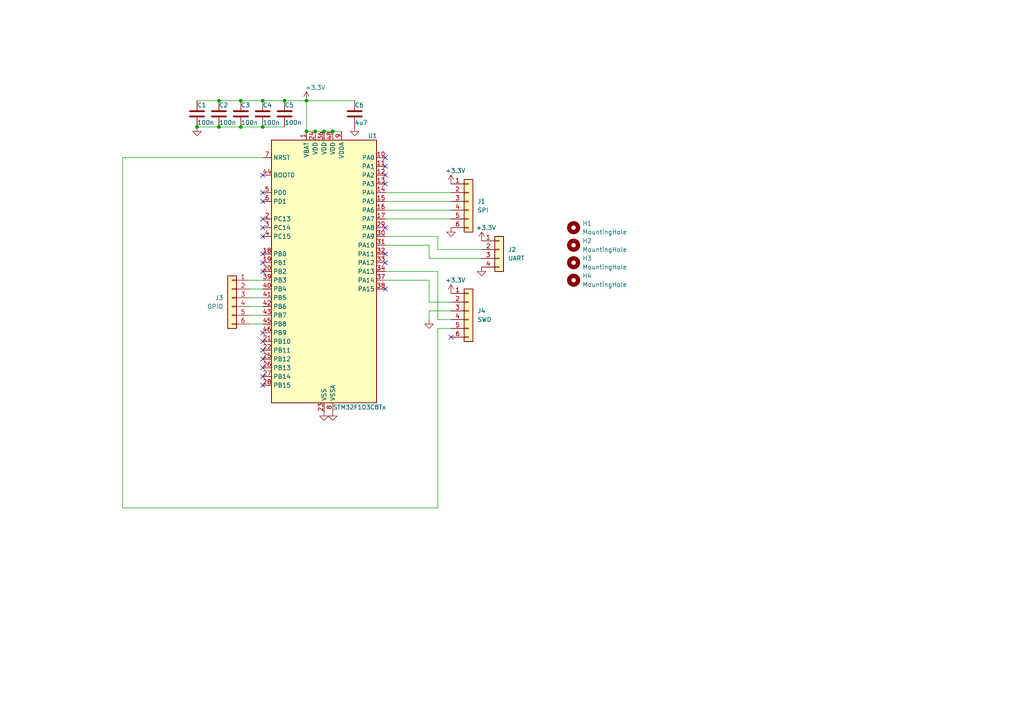
<source format=kicad_sch>
(kicad_sch (version 20231120) (generator "eeschema") (generator_version "8.0")
  (paper "A4")
  (lib_symbols
    (symbol "Connector_Generic:Conn_01x04" (pin_names (offset 1.016) hide)
      (property "Reference" "J" (at 0 5.08 0))
      (property "Value" "Conn_01x04" (at 0 -7.62 0))
      (symbol "Conn_01x04_1_1"
        (rectangle (start -1.27 -4.953) (end 0 -5.207) (stroke (width 0.1524)))
        (rectangle (start -1.27 -2.413) (end 0 -2.667) (stroke (width 0.1524)))
        (rectangle (start -1.27 0.127) (end 0 -0.127) (stroke (width 0.1524)))
        (rectangle (start -1.27 2.667) (end 0 2.413) (stroke (width 0.1524)))
        (rectangle (start -1.27 3.81) (end 1.27 -6.35) (stroke (width 0.254)) (fill (type background)))
        (pin passive line (at -5.08 2.54 0) (length 3.81) (name "Pin_1") (number "1"))
        (pin passive line (at -5.08 0 0) (length 3.81) (name "Pin_2") (number "2"))
        (pin passive line (at -5.08 -2.54 0) (length 3.81) (name "Pin_3") (number "3"))
        (pin passive line (at -5.08 -5.08 0) (length 3.81) (name "Pin_4") (number "4"))
      )
    )
    (symbol "Connector_Generic:Conn_01x06" (pin_names (offset 1.016) hide)
      (property "Reference" "J" (at 0 7.62 0))
      (property "Value" "Conn_01x06" (at 0 -10.16 0))
      (symbol "Conn_01x06_1_1"
        (rectangle (start -1.27 -7.493) (end 0 -7.747) (stroke (width 0.1524)))
        (rectangle (start -1.27 -4.953) (end 0 -5.207) (stroke (width 0.1524)))
        (rectangle (start -1.27 -2.413) (end 0 -2.667) (stroke (width 0.1524)))
        (rectangle (start -1.27 0.127) (end 0 -0.127) (stroke (width 0.1524)))
        (rectangle (start -1.27 2.667) (end 0 2.413) (stroke (width 0.1524)))
        (rectangle (start -1.27 5.207) (end 0 4.953) (stroke (width 0.1524)))
        (rectangle (start -1.27 6.35) (end 1.27 -8.89) (stroke (width 0.254)) (fill (type background)))
        (pin passive line (at -5.08 5.08 0) (length 3.81) (name "Pin_1") (number "1"))
        (pin passive line (at -5.08 2.54 0) (length 3.81) (name "Pin_2") (number "2"))
        (pin passive line (at -5.08 0 0) (length 3.81) (name "Pin_3") (number "3"))
        (pin passive line (at -5.08 -2.54 0) (length 3.81) (name "Pin_4") (number "4"))
        (pin passive line (at -5.08 -5.08 0) (length 3.81) (name "Pin_5") (number "5"))
        (pin passive line (at -5.08 -7.62 0) (length 3.81) (name "Pin_6") (number "6"))
      )
    )
    (symbol "Device:C" (pin_numbers hide) (pin_names (offset 0.254))
      (property "Reference" "C" (at 0.635 2.54 0))
      (property "Value" "C" (at 0.635 -2.54 0))
      (symbol "C_0_1"
        (polyline (pts (xy -2.032 -0.762) (xy 2.032 -0.762)) (stroke (width 0.508)))
        (polyline (pts (xy -2.032 0.762) (xy 2.032 0.762)) (stroke (width 0.508)))
      )
      (symbol "C_1_1"
        (pin passive line (at 0 3.81 270) (length 2.794) (name "~") (number "1"))
        (pin passive line (at 0 -3.81 90) (length 2.794) (name "~") (number "2"))
      )
    )
    (symbol "MCU_ST_STM32F1:STM32F103C8Tx"
      (property "Reference" "U" (at -15.24 39.37 0))
      (property "Value" "STM32F103C8Tx" (at 7.62 39.37 0))
      (symbol "STM32F103C8Tx_0_1"
        (rectangle (start -15.24 -38.1) (end 15.24 38.1) (stroke (width 0.254)) (fill (type background)))
      )
      (symbol "STM32F103C8Tx_1_1"
        (pin power_in line (at -5.08 40.64 270) (length 2.54) (name "VBAT") (number "1"))
        (pin bidirectional line (at 17.78 33.02 180) (length 2.54) (name "PA0") (number "10"))
        (pin bidirectional line (at 17.78 30.48 180) (length 2.54) (name "PA1") (number "11"))
        (pin bidirectional line (at 17.78 27.94 180) (length 2.54) (name "PA2") (number "12"))
        (pin bidirectional line (at 17.78 25.4 180) (length 2.54) (name "PA3") (number "13"))
        (pin bidirectional line (at 17.78 22.86 180) (length 2.54) (name "PA4") (number "14"))
        (pin bidirectional line (at 17.78 20.32 180) (length 2.54) (name "PA5") (number "15"))
        (pin bidirectional line (at 17.78 17.78 180) (length 2.54) (name "PA6") (number "16"))
        (pin bidirectional line (at 17.78 15.24 180) (length 2.54) (name "PA7") (number "17"))
        (pin bidirectional line (at -17.78 5.08 0) (length 2.54) (name "PB0") (number "18"))
        (pin bidirectional line (at -17.78 2.54 0) (length 2.54) (name "PB1") (number "19"))
        (pin bidirectional line (at -17.78 15.24 0) (length 2.54) (name "PC13") (number "2"))
        (pin bidirectional line (at -17.78 0 0) (length 2.54) (name "PB2") (number "20"))
        (pin bidirectional line (at -17.78 -20.32 0) (length 2.54) (name "PB10") (number "21"))
        (pin bidirectional line (at -17.78 -22.86 0) (length 2.54) (name "PB11") (number "22"))
        (pin power_in line (at 0 -40.64 90) (length 2.54) (name "VSS") (number "23"))
        (pin power_in line (at -2.54 40.64 270) (length 2.54) (name "VDD") (number "24"))
        (pin bidirectional line (at -17.78 -25.4 0) (length 2.54) (name "PB12") (number "25"))
        (pin bidirectional line (at -17.78 -27.94 0) (length 2.54) (name "PB13") (number "26"))
        (pin bidirectional line (at -17.78 -30.48 0) (length 2.54) (name "PB14") (number "27"))
        (pin bidirectional line (at -17.78 -33.02 0) (length 2.54) (name "PB15") (number "28"))
        (pin bidirectional line (at 17.78 12.7 180) (length 2.54) (name "PA8") (number "29"))
        (pin bidirectional line (at -17.78 12.7 0) (length 2.54) (name "PC14") (number "3"))
        (pin bidirectional line (at 17.78 10.16 180) (length 2.54) (name "PA9") (number "30"))
        (pin bidirectional line (at 17.78 7.62 180) (length 2.54) (name "PA10") (number "31"))
        (pin bidirectional line (at 17.78 5.08 180) (length 2.54) (name "PA11") (number "32"))
        (pin bidirectional line (at 17.78 2.54 180) (length 2.54) (name "PA12") (number "33"))
        (pin bidirectional line (at 17.78 0 180) (length 2.54) (name "PA13") (number "34"))
        (pin passive line (at 0 -40.64 90) (length 2.54) hide (name "VSS") (number "35"))
        (pin power_in line (at 0 40.64 270) (length 2.54) (name "VDD") (number "36"))
        (pin bidirectional line (at 17.78 -2.54 180) (length 2.54) (name "PA14") (number "37"))
        (pin bidirectional line (at 17.78 -5.08 180) (length 2.54) (name "PA15") (number "38"))
        (pin bidirectional line (at -17.78 -2.54 0) (length 2.54) (name "PB3") (number "39"))
        (pin bidirectional line (at -17.78 10.16 0) (length 2.54) (name "PC15") (number "4"))
        (pin bidirectional line (at -17.78 -5.08 0) (length 2.54) (name "PB4") (number "40"))
        (pin bidirectional line (at -17.78 -7.62 0) (length 2.54) (name "PB5") (number "41"))
        (pin bidirectional line (at -17.78 -10.16 0) (length 2.54) (name "PB6") (number "42"))
        (pin bidirectional line (at -17.78 -12.7 0) (length 2.54) (name "PB7") (number "43"))
        (pin input line (at -17.78 27.94 0) (length 2.54) (name "BOOT0") (number "44"))
        (pin bidirectional line (at -17.78 -15.24 0) (length 2.54) (name "PB8") (number "45"))
        (pin bidirectional line (at -17.78 -17.78 0) (length 2.54) (name "PB9") (number "46"))
        (pin passive line (at 0 -40.64 90) (length 2.54) hide (name "VSS") (number "47"))
        (pin power_in line (at 2.54 40.64 270) (length 2.54) (name "VDD") (number "48"))
        (pin bidirectional line (at -17.78 22.86 0) (length 2.54) (name "PD0") (number "5"))
        (pin bidirectional line (at -17.78 20.32 0) (length 2.54) (name "PD1") (number "6"))
        (pin input line (at -17.78 33.02 0) (length 2.54) (name "NRST") (number "7"))
        (pin power_in line (at 2.54 -40.64 90) (length 2.54) (name "VSSA") (number "8"))
        (pin power_in line (at 5.08 40.64 270) (length 2.54) (name "VDDA") (number "9"))
      )
    )
    (symbol "Mechanical:MountingHole" (pin_names (offset 1.016)) (exclude_from_sim yes) (in_bom no)
      (property "Reference" "H" (at 0 5.08 0))
      (property "Value" "MountingHole" (at 0 3.175 0))
      (symbol "MountingHole_0_1"
        (circle (center 0 0) (radius 1.27) (stroke (width 1.27)))
      )
    )
    (symbol "power:+3.3V" (power) (pin_numbers hide) (pin_names (offset 0) hide)
      (property "Value" "+3.3V" (at 0 3.556 0))
      (symbol "+3.3V_0_1"
        (polyline (pts (xy -0.762 1.27) (xy 0 2.54)))
        (polyline (pts (xy 0 0) (xy 0 2.54)))
        (polyline (pts (xy 0 2.54) (xy 0.762 1.27)))
      )
      (symbol "+3.3V_1_1"
        (pin power_in line (at 0 0 90) (length 0) (name "~") (number "1"))
      )
    )
    (symbol "power:GND" (power) (pin_numbers hide) (pin_names (offset 0) hide)
      (property "Value" "GND" (at 0 -3.81 0))
      (symbol "GND_0_1"
        (polyline (pts (xy 0 0) (xy 0 -1.27) (xy 1.27 -1.27) (xy 0 -2.54) (xy -1.27 -1.27) (xy 0 -1.27)))
      )
      (symbol "GND_1_1"
        (pin power_in line (at 0 0 270) (length 0) (name "~") (number "1"))
      )
    )
  )
  (junction (at 88.9 29.21))
  (junction (at 82.55 29.21))
  (junction (at 63.5 29.21))
  (junction (at 96.52 38.1))
  (junction (at 91.44 38.1))
  (junction (at 69.85 36.83))
  (junction (at 93.98 38.1))
  (junction (at 76.2 36.83))
  (junction (at 57.15 36.83))
  (junction (at 76.2 29.21))
  (junction (at 63.5 36.83))
  (junction (at 88.9 38.1))
  (junction (at 69.85 29.21))
  (no_connect (at 130.81 97.79))
  (no_connect (at 76.2 101.6))
  (no_connect (at 76.2 63.5))
  (no_connect (at 76.2 76.2))
  (no_connect (at 76.2 99.06))
  (no_connect (at 111.76 73.66))
  (no_connect (at 111.76 53.34))
  (no_connect (at 76.2 55.88))
  (no_connect (at 111.76 76.2))
  (no_connect (at 76.2 68.58))
  (no_connect (at 76.2 73.66))
  (no_connect (at 76.2 111.76))
  (no_connect (at 76.2 104.14))
  (no_connect (at 76.2 58.42))
  (no_connect (at 111.76 83.82))
  (no_connect (at 76.2 78.74))
  (no_connect (at 111.76 66.04))
  (no_connect (at 111.76 48.26))
  (no_connect (at 76.2 109.22))
  (no_connect (at 76.2 96.52))
  (no_connect (at 76.2 106.68))
  (no_connect (at 111.76 50.8))
  (no_connect (at 76.2 50.8))
  (no_connect (at 76.2 66.04))
  (no_connect (at 111.76 45.72))
  (wire (pts (xy 127 68.58) (xy 127 72.39)))
  (wire (pts (xy 72.39 86.36) (xy 76.2 86.36)))
  (wire (pts (xy 111.76 55.88) (xy 130.81 55.88)))
  (wire (pts (xy 82.55 29.21) (xy 88.9 29.21)))
  (wire (pts (xy 72.39 88.9) (xy 76.2 88.9)))
  (wire (pts (xy 91.44 38.1) (xy 93.98 38.1)))
  (wire (pts (xy 63.5 36.83) (xy 69.85 36.83)))
  (wire (pts (xy 124.46 74.93) (xy 139.7 74.93)))
  (wire (pts (xy 69.85 29.21) (xy 76.2 29.21)))
  (wire (pts (xy 127 92.71) (xy 130.81 92.71)))
  (wire (pts (xy 72.39 83.82) (xy 76.2 83.82)))
  (wire (pts (xy 76.2 29.21) (xy 82.55 29.21)))
  (wire (pts (xy 127 72.39) (xy 139.7 72.39)))
  (wire (pts (xy 111.76 71.12) (xy 124.46 71.12)))
  (wire (pts (xy 63.5 29.21) (xy 69.85 29.21)))
  (wire (pts (xy 124.46 90.17) (xy 130.81 90.17)))
  (wire (pts (xy 124.46 71.12) (xy 124.46 74.93)))
  (wire (pts (xy 76.2 45.72) (xy 35.56 45.72)))
  (wire (pts (xy 111.76 58.42) (xy 130.81 58.42)))
  (wire (pts (xy 88.9 38.1) (xy 91.44 38.1)))
  (wire (pts (xy 124.46 87.63) (xy 124.46 81.28)))
  (wire (pts (xy 93.98 38.1) (xy 96.52 38.1)))
  (wire (pts (xy 124.46 87.63) (xy 130.81 87.63)))
  (wire (pts (xy 35.56 45.72) (xy 35.56 147.32)))
  (wire (pts (xy 57.15 29.21) (xy 63.5 29.21)))
  (wire (pts (xy 69.85 36.83) (xy 76.2 36.83)))
  (wire (pts (xy 111.76 60.96) (xy 130.81 60.96)))
  (wire (pts (xy 35.56 147.32) (xy 127 147.32)))
  (wire (pts (xy 88.9 29.21) (xy 102.87 29.21)))
  (wire (pts (xy 72.39 81.28) (xy 76.2 81.28)))
  (wire (pts (xy 88.9 29.21) (xy 88.9 38.1)))
  (wire (pts (xy 127 92.71) (xy 127 78.74)))
  (wire (pts (xy 127 78.74) (xy 111.76 78.74)))
  (wire (pts (xy 72.39 91.44) (xy 76.2 91.44)))
  (wire (pts (xy 124.46 90.17) (xy 124.46 92.71)))
  (wire (pts (xy 96.52 38.1) (xy 99.06 38.1)))
  (wire (pts (xy 111.76 63.5) (xy 130.81 63.5)))
  (wire (pts (xy 111.76 81.28) (xy 124.46 81.28)))
  (wire (pts (xy 111.76 68.58) (xy 127 68.58)))
  (wire (pts (xy 127 95.25) (xy 130.81 95.25)))
  (wire (pts (xy 57.15 36.83) (xy 63.5 36.83)))
  (wire (pts (xy 127 147.32) (xy 127 95.25)))
  (wire (pts (xy 76.2 36.83) (xy 82.55 36.83)))
  (wire (pts (xy 72.39 93.98) (xy 76.2 93.98)))
  (symbol (lib_id "power:+3.3V") (at 130.81 53.34 0) (unit 1)
    (property "Reference" "#PWR04" (effects (hide yes)))
    (property "Value" "+3.3V" (at 132.08 49.53 0))
    (property "Description" "Power symbol creates a global label with name \"+3.3V\"" (effects (hide yes)))
  )
  (symbol (lib_id "Mechanical:MountingHole") (at 166.37 81.28 0) (unit 1) (exclude_from_sim yes) (in_bom no)
    (property "Reference" "H4" (at 168.91 80.0099 0) (effects (justify left)))
    (property "Value" "MountingHole" (at 168.91 82.5499 0) (effects (justify left)))
    (property "Footprint" "MountingHole:MountingHole_3.2mm_M3" (effects (hide yes)))
    (property "Description" "Mounting Hole without connection" (effects (hide yes)))
  )
  (symbol (lib_id "Connector_Generic:Conn_01x06") (at 67.31 86.36 0) (mirror y) (unit 1)
    (property "Reference" "J3" (at 64.77 86.3599 0) (effects (justify left)))
    (property "Value" "GPIO" (at 64.77 88.8999 0) (effects (justify left)))
    (property "Footprint" "Connector_JST:JST_EH_B6B-EH-A_1x06_P2.50mm_Vertical" (effects (hide yes)))
    (property "Description" "Generic connector, single row, 01x06, script generated (kicad-library-utils/schlib/autogen/connector/)" (effects (hide yes)))
  )
  (symbol (lib_id "Device:C") (at 76.2 33.02 0) (unit 1)
    (property "Reference" "C4" (at 76.2 30.48 0) (effects (justify left)))
    (property "Value" "100n" (at 76.2 35.56 0) (effects (justify left)))
    (property "Footprint" "Capacitor_SMD:C_0603_1608Metric" (effects (hide yes)))
    (property "Description" "Unpolarized capacitor" (effects (hide yes)))
  )
  (symbol (lib_id "Device:C") (at 63.5 33.02 0) (unit 1)
    (property "Reference" "C2" (at 63.5 30.48 0) (effects (justify left)))
    (property "Value" "100n" (at 63.5 35.56 0) (effects (justify left)))
    (property "Footprint" "Capacitor_SMD:C_0603_1608Metric" (effects (hide yes)))
    (property "Description" "Unpolarized capacitor" (effects (hide yes)))
  )
  (symbol (lib_id "Connector_Generic:Conn_01x06") (at 135.89 90.17 0) (unit 1)
    (property "Reference" "J4" (at 138.43 90.1699 0) (effects (justify left)))
    (property "Value" "SWD" (at 138.43 92.7099 0) (effects (justify left)))
    (property "Footprint" "Connector_JST:JST_EH_B6B-EH-A_1x06_P2.50mm_Vertical" (effects (hide yes)))
    (property "Description" "Generic connector, single row, 01x06, script generated (kicad-library-utils/schlib/autogen/connector/)" (effects (hide yes)))
  )
  (symbol (lib_id "Device:C") (at 102.87 33.02 0) (unit 1)
    (property "Reference" "C6" (at 102.87 30.48 0) (effects (justify left)))
    (property "Value" "4u7" (at 102.87 35.56 0) (effects (justify left)))
    (property "Footprint" "Capacitor_SMD:C_0805_2012Metric" (effects (hide yes)))
    (property "Description" "Unpolarized capacitor" (effects (hide yes)))
  )
  (symbol (lib_id "Connector_Generic:Conn_01x04") (at 144.78 72.39 0) (unit 1)
    (property "Reference" "J2" (at 147.32 72.3899 0) (effects (justify left)))
    (property "Value" "UART" (at 147.32 74.9299 0) (effects (justify left)))
    (property "Footprint" "Connector_JST:JST_EH_B4B-EH-A_1x04_P2.50mm_Vertical" (effects (hide yes)))
    (property "Description" "Generic connector, single row, 01x04, script generated (kicad-library-utils/schlib/autogen/connector/)" (effects (hide yes)))
  )
  (symbol (lib_id "Device:C") (at 69.85 33.02 0) (unit 1)
    (property "Reference" "C3" (at 69.85 30.48 0) (effects (justify left)))
    (property "Value" "100n" (at 69.85 35.56 0) (effects (justify left)))
    (property "Footprint" "Capacitor_SMD:C_0603_1608Metric" (effects (hide yes)))
    (property "Description" "Unpolarized capacitor" (effects (hide yes)))
  )
  (symbol (lib_id "Device:C") (at 57.15 33.02 0) (unit 1)
    (property "Reference" "C1" (at 57.15 30.48 0) (effects (justify left)))
    (property "Value" "100n" (at 57.15 35.56 0) (effects (justify left)))
    (property "Footprint" "Capacitor_SMD:C_0603_1608Metric" (effects (hide yes)))
    (property "Description" "Unpolarized capacitor" (effects (hide yes)))
  )
  (symbol (lib_id "power:GND") (at 130.81 66.04 0) (unit 1)
    (property "Reference" "#PWR05" (effects (hide yes)))
    (property "Value" "GND" (effects (hide yes)))
    (property "Description" "Power symbol creates a global label with name \"GND\" , ground" (effects (hide yes)))
  )
  (symbol (lib_id "power:GND") (at 57.15 36.83 0) (unit 1)
    (property "Reference" "#PWR02" (effects (hide yes)))
    (property "Value" "GND" (effects (hide yes)))
    (property "Description" "Power symbol creates a global label with name \"GND\" , ground" (effects (hide yes)))
  )
  (symbol (lib_id "power:GND") (at 139.7 77.47 0) (unit 1)
    (property "Reference" "#PWR07" (effects (hide yes)))
    (property "Value" "GND" (effects (hide yes)))
    (property "Description" "Power symbol creates a global label with name \"GND\" , ground" (effects (hide yes)))
  )
  (symbol (lib_id "Mechanical:MountingHole") (at 166.37 71.12 0) (unit 1) (exclude_from_sim yes) (in_bom no)
    (property "Reference" "H2" (at 168.91 69.8499 0) (effects (justify left)))
    (property "Value" "MountingHole" (at 168.91 72.3899 0) (effects (justify left)))
    (property "Footprint" "MountingHole:MountingHole_3.2mm_M3" (effects (hide yes)))
    (property "Description" "Mounting Hole without connection" (effects (hide yes)))
  )
  (symbol (lib_id "power:+3.3V") (at 139.7 69.85 0) (unit 1)
    (property "Reference" "#PWR06" (effects (hide yes)))
    (property "Value" "+3.3V" (at 140.97 66.04 0))
    (property "Description" "Power symbol creates a global label with name \"+3.3V\"" (effects (hide yes)))
  )
  (symbol (lib_id "Device:C") (at 82.55 33.02 0) (unit 1)
    (property "Reference" "C5" (at 82.55 30.48 0) (effects (justify left)))
    (property "Value" "100n" (at 82.55 35.56 0) (effects (justify left)))
    (property "Footprint" "Capacitor_SMD:C_0603_1608Metric" (effects (hide yes)))
    (property "Description" "Unpolarized capacitor" (effects (hide yes)))
  )
  (symbol (lib_id "power:GND") (at 102.87 36.83 0) (unit 1)
    (property "Reference" "#PWR03" (effects (hide yes)))
    (property "Value" "GND" (effects (hide yes)))
    (property "Description" "Power symbol creates a global label with name \"GND\" , ground" (effects (hide yes)))
  )
  (symbol (lib_id "MCU_ST_STM32F1:STM32F103C8Tx") (at 93.98 78.74 0) (unit 1)
    (property "Reference" "U1" (at 106.68 39.37 0) (effects (justify left)))
    (property "Value" "STM32F103C8Tx" (at 96.52 118.11 0) (effects (justify left)))
    (property "Footprint" "Package_QFP:LQFP-48_7x7mm_P0.5mm" (effects (hide yes)))
    (property "Datasheet" "https://www.st.com/resource/en/datasheet/stm32f103c8.pdf" (effects (hide yes)))
    (property "Description" "STMicroelectronics Arm Cortex-M3 MCU, 64KB flash, 20KB RAM, 72 MHz, 2.0-3.6V, 37 GPIO, LQFP48" (effects (hide yes)))
  )
  (symbol (lib_id "Mechanical:MountingHole") (at 166.37 66.04 0) (unit 1) (exclude_from_sim yes) (in_bom no)
    (property "Reference" "H1" (at 168.91 64.7699 0) (effects (justify left)))
    (property "Value" "MountingHole" (at 168.91 67.3099 0) (effects (justify left)))
    (property "Footprint" "MountingHole:MountingHole_3.2mm_M3" (effects (hide yes)))
    (property "Description" "Mounting Hole without connection" (effects (hide yes)))
  )
  (symbol (lib_id "Connector_Generic:Conn_01x06") (at 135.89 58.42 0) (unit 1)
    (property "Reference" "J1" (at 138.43 58.4199 0) (effects (justify left)))
    (property "Value" "SPI" (at 138.43 60.9599 0) (effects (justify left)))
    (property "Footprint" "Connector_JST:JST_EH_B6B-EH-A_1x06_P2.50mm_Vertical" (effects (hide yes)))
    (property "Description" "Generic connector, single row, 01x06, script generated (kicad-library-utils/schlib/autogen/connector/)" (effects (hide yes)))
  )
  (symbol (lib_id "power:GND") (at 93.98 119.38 0) (unit 1)
    (property "Reference" "#PWR010" (effects (hide yes)))
    (property "Value" "GND" (effects (hide yes)))
    (property "Description" "Power symbol creates a global label with name \"GND\" , ground" (effects (hide yes)))
  )
  (symbol (lib_id "power:GND") (at 124.46 92.71 0) (unit 1)
    (property "Reference" "#PWR09" (effects (hide yes)))
    (property "Value" "GND" (effects (hide yes)))
    (property "Description" "Power symbol creates a global label with name \"GND\" , ground" (effects (hide yes)))
  )
  (symbol (lib_id "power:+3.3V") (at 130.81 85.09 0) (unit 1)
    (property "Reference" "#PWR08" (effects (hide yes)))
    (property "Value" "+3.3V" (at 132.08 81.28 0))
    (property "Description" "Power symbol creates a global label with name \"+3.3V\"" (effects (hide yes)))
  )
  (symbol (lib_id "power:GND") (at 96.52 119.38 0) (unit 1)
    (property "Reference" "#PWR011" (effects (hide yes)))
    (property "Value" "GND" (effects (hide yes)))
    (property "Description" "Power symbol creates a global label with name \"GND\" , ground" (effects (hide yes)))
  )
  (symbol (lib_id "power:+3.3V") (at 88.9 29.21 0) (unit 1)
    (property "Reference" "#PWR01" (effects (hide yes)))
    (property "Value" "+3.3V" (at 91.44 25.4 0))
    (property "Description" "Power symbol creates a global label with name \"+3.3V\"" (effects (hide yes)))
  )
  (symbol (lib_id "Mechanical:MountingHole") (at 166.37 76.2 0) (unit 1) (exclude_from_sim yes) (in_bom no)
    (property "Reference" "H3" (at 168.91 74.9299 0) (effects (justify left)))
    (property "Value" "MountingHole" (at 168.91 77.4699 0) (effects (justify left)))
    (property "Footprint" "MountingHole:MountingHole_3.2mm_M3" (effects (hide yes)))
    (property "Description" "Mounting Hole without connection" (effects (hide yes)))
  )
)
</source>
